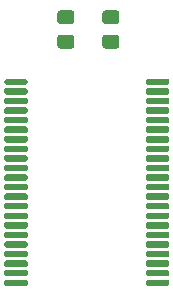
<source format=gtp>
%TF.GenerationSoftware,KiCad,Pcbnew,(5.1.10)-1*%
%TF.CreationDate,2021-09-09T19:00:59-06:00*%
%TF.ProjectId,NVRTC,4e565254-432e-46b6-9963-61645f706362,3*%
%TF.SameCoordinates,Original*%
%TF.FileFunction,Paste,Top*%
%TF.FilePolarity,Positive*%
%FSLAX46Y46*%
G04 Gerber Fmt 4.6, Leading zero omitted, Abs format (unit mm)*
G04 Created by KiCad (PCBNEW (5.1.10)-1) date 2021-09-09 19:00:59*
%MOMM*%
%LPD*%
G01*
G04 APERTURE LIST*
%ADD10O,2.000000X0.550000*%
G04 APERTURE END LIST*
%TO.C,U1*%
G36*
G01*
X156000000Y-83972500D02*
X156000000Y-83697500D01*
G75*
G02*
X156137500Y-83560000I137500J0D01*
G01*
X157862500Y-83560000D01*
G75*
G02*
X158000000Y-83697500I0J-137500D01*
G01*
X158000000Y-83972500D01*
G75*
G02*
X157862500Y-84110000I-137500J0D01*
G01*
X156137500Y-84110000D01*
G75*
G02*
X156000000Y-83972500I0J137500D01*
G01*
G37*
G36*
G01*
X156000000Y-84782500D02*
X156000000Y-84507500D01*
G75*
G02*
X156137500Y-84370000I137500J0D01*
G01*
X157862500Y-84370000D01*
G75*
G02*
X158000000Y-84507500I0J-137500D01*
G01*
X158000000Y-84782500D01*
G75*
G02*
X157862500Y-84920000I-137500J0D01*
G01*
X156137500Y-84920000D01*
G75*
G02*
X156000000Y-84782500I0J137500D01*
G01*
G37*
G36*
G01*
X156000000Y-85592500D02*
X156000000Y-85317500D01*
G75*
G02*
X156137500Y-85180000I137500J0D01*
G01*
X157862500Y-85180000D01*
G75*
G02*
X158000000Y-85317500I0J-137500D01*
G01*
X158000000Y-85592500D01*
G75*
G02*
X157862500Y-85730000I-137500J0D01*
G01*
X156137500Y-85730000D01*
G75*
G02*
X156000000Y-85592500I0J137500D01*
G01*
G37*
G36*
G01*
X156000000Y-86402500D02*
X156000000Y-86127500D01*
G75*
G02*
X156137500Y-85990000I137500J0D01*
G01*
X157862500Y-85990000D01*
G75*
G02*
X158000000Y-86127500I0J-137500D01*
G01*
X158000000Y-86402500D01*
G75*
G02*
X157862500Y-86540000I-137500J0D01*
G01*
X156137500Y-86540000D01*
G75*
G02*
X156000000Y-86402500I0J137500D01*
G01*
G37*
G36*
G01*
X156000000Y-87212500D02*
X156000000Y-86937500D01*
G75*
G02*
X156137500Y-86800000I137500J0D01*
G01*
X157862500Y-86800000D01*
G75*
G02*
X158000000Y-86937500I0J-137500D01*
G01*
X158000000Y-87212500D01*
G75*
G02*
X157862500Y-87350000I-137500J0D01*
G01*
X156137500Y-87350000D01*
G75*
G02*
X156000000Y-87212500I0J137500D01*
G01*
G37*
G36*
G01*
X156000000Y-88022500D02*
X156000000Y-87747500D01*
G75*
G02*
X156137500Y-87610000I137500J0D01*
G01*
X157862500Y-87610000D01*
G75*
G02*
X158000000Y-87747500I0J-137500D01*
G01*
X158000000Y-88022500D01*
G75*
G02*
X157862500Y-88160000I-137500J0D01*
G01*
X156137500Y-88160000D01*
G75*
G02*
X156000000Y-88022500I0J137500D01*
G01*
G37*
G36*
G01*
X156000000Y-88832500D02*
X156000000Y-88557500D01*
G75*
G02*
X156137500Y-88420000I137500J0D01*
G01*
X157862500Y-88420000D01*
G75*
G02*
X158000000Y-88557500I0J-137500D01*
G01*
X158000000Y-88832500D01*
G75*
G02*
X157862500Y-88970000I-137500J0D01*
G01*
X156137500Y-88970000D01*
G75*
G02*
X156000000Y-88832500I0J137500D01*
G01*
G37*
G36*
G01*
X156000000Y-89642500D02*
X156000000Y-89367500D01*
G75*
G02*
X156137500Y-89230000I137500J0D01*
G01*
X157862500Y-89230000D01*
G75*
G02*
X158000000Y-89367500I0J-137500D01*
G01*
X158000000Y-89642500D01*
G75*
G02*
X157862500Y-89780000I-137500J0D01*
G01*
X156137500Y-89780000D01*
G75*
G02*
X156000000Y-89642500I0J137500D01*
G01*
G37*
G36*
G01*
X156000000Y-90452500D02*
X156000000Y-90177500D01*
G75*
G02*
X156137500Y-90040000I137500J0D01*
G01*
X157862500Y-90040000D01*
G75*
G02*
X158000000Y-90177500I0J-137500D01*
G01*
X158000000Y-90452500D01*
G75*
G02*
X157862500Y-90590000I-137500J0D01*
G01*
X156137500Y-90590000D01*
G75*
G02*
X156000000Y-90452500I0J137500D01*
G01*
G37*
G36*
G01*
X156000000Y-91262500D02*
X156000000Y-90987500D01*
G75*
G02*
X156137500Y-90850000I137500J0D01*
G01*
X157862500Y-90850000D01*
G75*
G02*
X158000000Y-90987500I0J-137500D01*
G01*
X158000000Y-91262500D01*
G75*
G02*
X157862500Y-91400000I-137500J0D01*
G01*
X156137500Y-91400000D01*
G75*
G02*
X156000000Y-91262500I0J137500D01*
G01*
G37*
G36*
G01*
X156000000Y-92072500D02*
X156000000Y-91797500D01*
G75*
G02*
X156137500Y-91660000I137500J0D01*
G01*
X157862500Y-91660000D01*
G75*
G02*
X158000000Y-91797500I0J-137500D01*
G01*
X158000000Y-92072500D01*
G75*
G02*
X157862500Y-92210000I-137500J0D01*
G01*
X156137500Y-92210000D01*
G75*
G02*
X156000000Y-92072500I0J137500D01*
G01*
G37*
G36*
G01*
X156000000Y-92882500D02*
X156000000Y-92607500D01*
G75*
G02*
X156137500Y-92470000I137500J0D01*
G01*
X157862500Y-92470000D01*
G75*
G02*
X158000000Y-92607500I0J-137500D01*
G01*
X158000000Y-92882500D01*
G75*
G02*
X157862500Y-93020000I-137500J0D01*
G01*
X156137500Y-93020000D01*
G75*
G02*
X156000000Y-92882500I0J137500D01*
G01*
G37*
G36*
G01*
X156000000Y-93692500D02*
X156000000Y-93417500D01*
G75*
G02*
X156137500Y-93280000I137500J0D01*
G01*
X157862500Y-93280000D01*
G75*
G02*
X158000000Y-93417500I0J-137500D01*
G01*
X158000000Y-93692500D01*
G75*
G02*
X157862500Y-93830000I-137500J0D01*
G01*
X156137500Y-93830000D01*
G75*
G02*
X156000000Y-93692500I0J137500D01*
G01*
G37*
G36*
G01*
X156000000Y-94502500D02*
X156000000Y-94227500D01*
G75*
G02*
X156137500Y-94090000I137500J0D01*
G01*
X157862500Y-94090000D01*
G75*
G02*
X158000000Y-94227500I0J-137500D01*
G01*
X158000000Y-94502500D01*
G75*
G02*
X157862500Y-94640000I-137500J0D01*
G01*
X156137500Y-94640000D01*
G75*
G02*
X156000000Y-94502500I0J137500D01*
G01*
G37*
G36*
G01*
X156000000Y-95312500D02*
X156000000Y-95037500D01*
G75*
G02*
X156137500Y-94900000I137500J0D01*
G01*
X157862500Y-94900000D01*
G75*
G02*
X158000000Y-95037500I0J-137500D01*
G01*
X158000000Y-95312500D01*
G75*
G02*
X157862500Y-95450000I-137500J0D01*
G01*
X156137500Y-95450000D01*
G75*
G02*
X156000000Y-95312500I0J137500D01*
G01*
G37*
G36*
G01*
X156000000Y-96122500D02*
X156000000Y-95847500D01*
G75*
G02*
X156137500Y-95710000I137500J0D01*
G01*
X157862500Y-95710000D01*
G75*
G02*
X158000000Y-95847500I0J-137500D01*
G01*
X158000000Y-96122500D01*
G75*
G02*
X157862500Y-96260000I-137500J0D01*
G01*
X156137500Y-96260000D01*
G75*
G02*
X156000000Y-96122500I0J137500D01*
G01*
G37*
G36*
G01*
X156000000Y-96932500D02*
X156000000Y-96657500D01*
G75*
G02*
X156137500Y-96520000I137500J0D01*
G01*
X157862500Y-96520000D01*
G75*
G02*
X158000000Y-96657500I0J-137500D01*
G01*
X158000000Y-96932500D01*
G75*
G02*
X157862500Y-97070000I-137500J0D01*
G01*
X156137500Y-97070000D01*
G75*
G02*
X156000000Y-96932500I0J137500D01*
G01*
G37*
G36*
G01*
X156000000Y-97742500D02*
X156000000Y-97467500D01*
G75*
G02*
X156137500Y-97330000I137500J0D01*
G01*
X157862500Y-97330000D01*
G75*
G02*
X158000000Y-97467500I0J-137500D01*
G01*
X158000000Y-97742500D01*
G75*
G02*
X157862500Y-97880000I-137500J0D01*
G01*
X156137500Y-97880000D01*
G75*
G02*
X156000000Y-97742500I0J137500D01*
G01*
G37*
G36*
G01*
X156000000Y-98552500D02*
X156000000Y-98277500D01*
G75*
G02*
X156137500Y-98140000I137500J0D01*
G01*
X157862500Y-98140000D01*
G75*
G02*
X158000000Y-98277500I0J-137500D01*
G01*
X158000000Y-98552500D01*
G75*
G02*
X157862500Y-98690000I-137500J0D01*
G01*
X156137500Y-98690000D01*
G75*
G02*
X156000000Y-98552500I0J137500D01*
G01*
G37*
G36*
G01*
X156000000Y-99362500D02*
X156000000Y-99087500D01*
G75*
G02*
X156137500Y-98950000I137500J0D01*
G01*
X157862500Y-98950000D01*
G75*
G02*
X158000000Y-99087500I0J-137500D01*
G01*
X158000000Y-99362500D01*
G75*
G02*
X157862500Y-99500000I-137500J0D01*
G01*
X156137500Y-99500000D01*
G75*
G02*
X156000000Y-99362500I0J137500D01*
G01*
G37*
G36*
G01*
X156000000Y-100172500D02*
X156000000Y-99897500D01*
G75*
G02*
X156137500Y-99760000I137500J0D01*
G01*
X157862500Y-99760000D01*
G75*
G02*
X158000000Y-99897500I0J-137500D01*
G01*
X158000000Y-100172500D01*
G75*
G02*
X157862500Y-100310000I-137500J0D01*
G01*
X156137500Y-100310000D01*
G75*
G02*
X156000000Y-100172500I0J137500D01*
G01*
G37*
G36*
G01*
X156000000Y-100982500D02*
X156000000Y-100707500D01*
G75*
G02*
X156137500Y-100570000I137500J0D01*
G01*
X157862500Y-100570000D01*
G75*
G02*
X158000000Y-100707500I0J-137500D01*
G01*
X158000000Y-100982500D01*
G75*
G02*
X157862500Y-101120000I-137500J0D01*
G01*
X156137500Y-101120000D01*
G75*
G02*
X156000000Y-100982500I0J137500D01*
G01*
G37*
G36*
G01*
X144000000Y-100982500D02*
X144000000Y-100707500D01*
G75*
G02*
X144137500Y-100570000I137500J0D01*
G01*
X145862500Y-100570000D01*
G75*
G02*
X146000000Y-100707500I0J-137500D01*
G01*
X146000000Y-100982500D01*
G75*
G02*
X145862500Y-101120000I-137500J0D01*
G01*
X144137500Y-101120000D01*
G75*
G02*
X144000000Y-100982500I0J137500D01*
G01*
G37*
G36*
G01*
X144000000Y-100172500D02*
X144000000Y-99897500D01*
G75*
G02*
X144137500Y-99760000I137500J0D01*
G01*
X145862500Y-99760000D01*
G75*
G02*
X146000000Y-99897500I0J-137500D01*
G01*
X146000000Y-100172500D01*
G75*
G02*
X145862500Y-100310000I-137500J0D01*
G01*
X144137500Y-100310000D01*
G75*
G02*
X144000000Y-100172500I0J137500D01*
G01*
G37*
G36*
G01*
X144000000Y-99362500D02*
X144000000Y-99087500D01*
G75*
G02*
X144137500Y-98950000I137500J0D01*
G01*
X145862500Y-98950000D01*
G75*
G02*
X146000000Y-99087500I0J-137500D01*
G01*
X146000000Y-99362500D01*
G75*
G02*
X145862500Y-99500000I-137500J0D01*
G01*
X144137500Y-99500000D01*
G75*
G02*
X144000000Y-99362500I0J137500D01*
G01*
G37*
G36*
G01*
X144000000Y-98552500D02*
X144000000Y-98277500D01*
G75*
G02*
X144137500Y-98140000I137500J0D01*
G01*
X145862500Y-98140000D01*
G75*
G02*
X146000000Y-98277500I0J-137500D01*
G01*
X146000000Y-98552500D01*
G75*
G02*
X145862500Y-98690000I-137500J0D01*
G01*
X144137500Y-98690000D01*
G75*
G02*
X144000000Y-98552500I0J137500D01*
G01*
G37*
G36*
G01*
X144000000Y-97742500D02*
X144000000Y-97467500D01*
G75*
G02*
X144137500Y-97330000I137500J0D01*
G01*
X145862500Y-97330000D01*
G75*
G02*
X146000000Y-97467500I0J-137500D01*
G01*
X146000000Y-97742500D01*
G75*
G02*
X145862500Y-97880000I-137500J0D01*
G01*
X144137500Y-97880000D01*
G75*
G02*
X144000000Y-97742500I0J137500D01*
G01*
G37*
G36*
G01*
X144000000Y-96932500D02*
X144000000Y-96657500D01*
G75*
G02*
X144137500Y-96520000I137500J0D01*
G01*
X145862500Y-96520000D01*
G75*
G02*
X146000000Y-96657500I0J-137500D01*
G01*
X146000000Y-96932500D01*
G75*
G02*
X145862500Y-97070000I-137500J0D01*
G01*
X144137500Y-97070000D01*
G75*
G02*
X144000000Y-96932500I0J137500D01*
G01*
G37*
G36*
G01*
X144000000Y-96122500D02*
X144000000Y-95847500D01*
G75*
G02*
X144137500Y-95710000I137500J0D01*
G01*
X145862500Y-95710000D01*
G75*
G02*
X146000000Y-95847500I0J-137500D01*
G01*
X146000000Y-96122500D01*
G75*
G02*
X145862500Y-96260000I-137500J0D01*
G01*
X144137500Y-96260000D01*
G75*
G02*
X144000000Y-96122500I0J137500D01*
G01*
G37*
G36*
G01*
X144000000Y-95312500D02*
X144000000Y-95037500D01*
G75*
G02*
X144137500Y-94900000I137500J0D01*
G01*
X145862500Y-94900000D01*
G75*
G02*
X146000000Y-95037500I0J-137500D01*
G01*
X146000000Y-95312500D01*
G75*
G02*
X145862500Y-95450000I-137500J0D01*
G01*
X144137500Y-95450000D01*
G75*
G02*
X144000000Y-95312500I0J137500D01*
G01*
G37*
G36*
G01*
X144000000Y-94502500D02*
X144000000Y-94227500D01*
G75*
G02*
X144137500Y-94090000I137500J0D01*
G01*
X145862500Y-94090000D01*
G75*
G02*
X146000000Y-94227500I0J-137500D01*
G01*
X146000000Y-94502500D01*
G75*
G02*
X145862500Y-94640000I-137500J0D01*
G01*
X144137500Y-94640000D01*
G75*
G02*
X144000000Y-94502500I0J137500D01*
G01*
G37*
G36*
G01*
X144000000Y-93692500D02*
X144000000Y-93417500D01*
G75*
G02*
X144137500Y-93280000I137500J0D01*
G01*
X145862500Y-93280000D01*
G75*
G02*
X146000000Y-93417500I0J-137500D01*
G01*
X146000000Y-93692500D01*
G75*
G02*
X145862500Y-93830000I-137500J0D01*
G01*
X144137500Y-93830000D01*
G75*
G02*
X144000000Y-93692500I0J137500D01*
G01*
G37*
G36*
G01*
X144000000Y-92882500D02*
X144000000Y-92607500D01*
G75*
G02*
X144137500Y-92470000I137500J0D01*
G01*
X145862500Y-92470000D01*
G75*
G02*
X146000000Y-92607500I0J-137500D01*
G01*
X146000000Y-92882500D01*
G75*
G02*
X145862500Y-93020000I-137500J0D01*
G01*
X144137500Y-93020000D01*
G75*
G02*
X144000000Y-92882500I0J137500D01*
G01*
G37*
G36*
G01*
X144000000Y-92072500D02*
X144000000Y-91797500D01*
G75*
G02*
X144137500Y-91660000I137500J0D01*
G01*
X145862500Y-91660000D01*
G75*
G02*
X146000000Y-91797500I0J-137500D01*
G01*
X146000000Y-92072500D01*
G75*
G02*
X145862500Y-92210000I-137500J0D01*
G01*
X144137500Y-92210000D01*
G75*
G02*
X144000000Y-92072500I0J137500D01*
G01*
G37*
G36*
G01*
X144000000Y-91262500D02*
X144000000Y-90987500D01*
G75*
G02*
X144137500Y-90850000I137500J0D01*
G01*
X145862500Y-90850000D01*
G75*
G02*
X146000000Y-90987500I0J-137500D01*
G01*
X146000000Y-91262500D01*
G75*
G02*
X145862500Y-91400000I-137500J0D01*
G01*
X144137500Y-91400000D01*
G75*
G02*
X144000000Y-91262500I0J137500D01*
G01*
G37*
G36*
G01*
X144000000Y-90452500D02*
X144000000Y-90177500D01*
G75*
G02*
X144137500Y-90040000I137500J0D01*
G01*
X145862500Y-90040000D01*
G75*
G02*
X146000000Y-90177500I0J-137500D01*
G01*
X146000000Y-90452500D01*
G75*
G02*
X145862500Y-90590000I-137500J0D01*
G01*
X144137500Y-90590000D01*
G75*
G02*
X144000000Y-90452500I0J137500D01*
G01*
G37*
G36*
G01*
X144000000Y-89642500D02*
X144000000Y-89367500D01*
G75*
G02*
X144137500Y-89230000I137500J0D01*
G01*
X145862500Y-89230000D01*
G75*
G02*
X146000000Y-89367500I0J-137500D01*
G01*
X146000000Y-89642500D01*
G75*
G02*
X145862500Y-89780000I-137500J0D01*
G01*
X144137500Y-89780000D01*
G75*
G02*
X144000000Y-89642500I0J137500D01*
G01*
G37*
G36*
G01*
X144000000Y-88832500D02*
X144000000Y-88557500D01*
G75*
G02*
X144137500Y-88420000I137500J0D01*
G01*
X145862500Y-88420000D01*
G75*
G02*
X146000000Y-88557500I0J-137500D01*
G01*
X146000000Y-88832500D01*
G75*
G02*
X145862500Y-88970000I-137500J0D01*
G01*
X144137500Y-88970000D01*
G75*
G02*
X144000000Y-88832500I0J137500D01*
G01*
G37*
G36*
G01*
X144000000Y-88022500D02*
X144000000Y-87747500D01*
G75*
G02*
X144137500Y-87610000I137500J0D01*
G01*
X145862500Y-87610000D01*
G75*
G02*
X146000000Y-87747500I0J-137500D01*
G01*
X146000000Y-88022500D01*
G75*
G02*
X145862500Y-88160000I-137500J0D01*
G01*
X144137500Y-88160000D01*
G75*
G02*
X144000000Y-88022500I0J137500D01*
G01*
G37*
G36*
G01*
X144000000Y-87212500D02*
X144000000Y-86937500D01*
G75*
G02*
X144137500Y-86800000I137500J0D01*
G01*
X145862500Y-86800000D01*
G75*
G02*
X146000000Y-86937500I0J-137500D01*
G01*
X146000000Y-87212500D01*
G75*
G02*
X145862500Y-87350000I-137500J0D01*
G01*
X144137500Y-87350000D01*
G75*
G02*
X144000000Y-87212500I0J137500D01*
G01*
G37*
G36*
G01*
X144000000Y-86402500D02*
X144000000Y-86127500D01*
G75*
G02*
X144137500Y-85990000I137500J0D01*
G01*
X145862500Y-85990000D01*
G75*
G02*
X146000000Y-86127500I0J-137500D01*
G01*
X146000000Y-86402500D01*
G75*
G02*
X145862500Y-86540000I-137500J0D01*
G01*
X144137500Y-86540000D01*
G75*
G02*
X144000000Y-86402500I0J137500D01*
G01*
G37*
G36*
G01*
X144000000Y-85592500D02*
X144000000Y-85317500D01*
G75*
G02*
X144137500Y-85180000I137500J0D01*
G01*
X145862500Y-85180000D01*
G75*
G02*
X146000000Y-85317500I0J-137500D01*
G01*
X146000000Y-85592500D01*
G75*
G02*
X145862500Y-85730000I-137500J0D01*
G01*
X144137500Y-85730000D01*
G75*
G02*
X144000000Y-85592500I0J137500D01*
G01*
G37*
G36*
G01*
X144000000Y-84782500D02*
X144000000Y-84507500D01*
G75*
G02*
X144137500Y-84370000I137500J0D01*
G01*
X145862500Y-84370000D01*
G75*
G02*
X146000000Y-84507500I0J-137500D01*
G01*
X146000000Y-84782500D01*
G75*
G02*
X145862500Y-84920000I-137500J0D01*
G01*
X144137500Y-84920000D01*
G75*
G02*
X144000000Y-84782500I0J137500D01*
G01*
G37*
D10*
X145000000Y-83835000D03*
%TD*%
%TO.C,C2*%
G36*
G01*
X148750000Y-79846500D02*
X149700000Y-79846500D01*
G75*
G02*
X149950000Y-80096500I0J-250000D01*
G01*
X149950000Y-80771500D01*
G75*
G02*
X149700000Y-81021500I-250000J0D01*
G01*
X148750000Y-81021500D01*
G75*
G02*
X148500000Y-80771500I0J250000D01*
G01*
X148500000Y-80096500D01*
G75*
G02*
X148750000Y-79846500I250000J0D01*
G01*
G37*
G36*
G01*
X148750000Y-77771500D02*
X149700000Y-77771500D01*
G75*
G02*
X149950000Y-78021500I0J-250000D01*
G01*
X149950000Y-78696500D01*
G75*
G02*
X149700000Y-78946500I-250000J0D01*
G01*
X148750000Y-78946500D01*
G75*
G02*
X148500000Y-78696500I0J250000D01*
G01*
X148500000Y-78021500D01*
G75*
G02*
X148750000Y-77771500I250000J0D01*
G01*
G37*
%TD*%
%TO.C,C1*%
G36*
G01*
X152560000Y-79846500D02*
X153510000Y-79846500D01*
G75*
G02*
X153760000Y-80096500I0J-250000D01*
G01*
X153760000Y-80771500D01*
G75*
G02*
X153510000Y-81021500I-250000J0D01*
G01*
X152560000Y-81021500D01*
G75*
G02*
X152310000Y-80771500I0J250000D01*
G01*
X152310000Y-80096500D01*
G75*
G02*
X152560000Y-79846500I250000J0D01*
G01*
G37*
G36*
G01*
X152560000Y-77771500D02*
X153510000Y-77771500D01*
G75*
G02*
X153760000Y-78021500I0J-250000D01*
G01*
X153760000Y-78696500D01*
G75*
G02*
X153510000Y-78946500I-250000J0D01*
G01*
X152560000Y-78946500D01*
G75*
G02*
X152310000Y-78696500I0J250000D01*
G01*
X152310000Y-78021500D01*
G75*
G02*
X152560000Y-77771500I250000J0D01*
G01*
G37*
%TD*%
M02*

</source>
